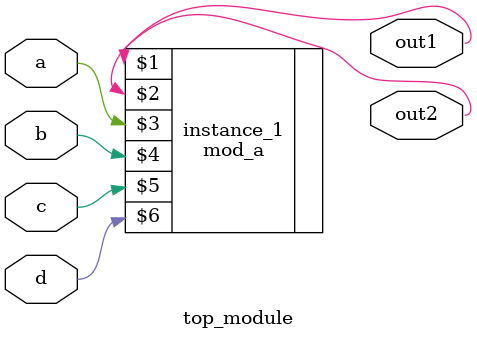
<source format=v>
module top_module(
    input a,
    input b,
    input c,
    input d,
    output out1,
    output out2
);

    mod_a instance_1(out1, out2, a, b, c, d);

endmodule
</source>
